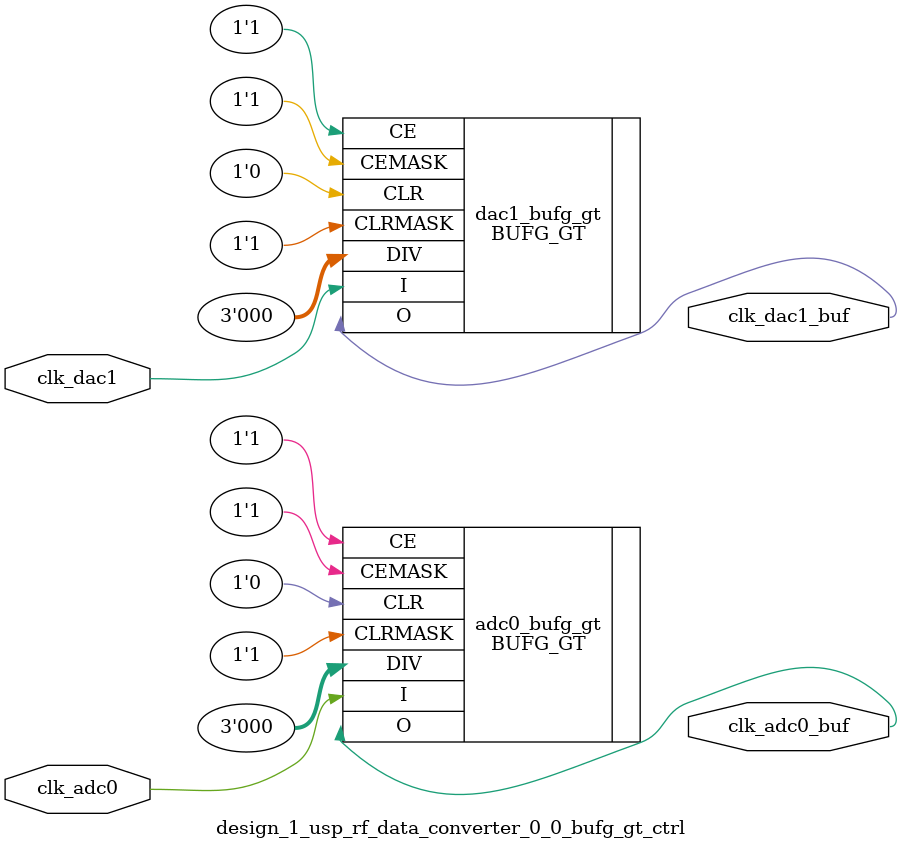
<source format=v>

`timescale 1ns / 1ps

(* DowngradeIPIdentifiedWarnings="yes" *)
module design_1_usp_rf_data_converter_0_0_bufg_gt_ctrl (
  // DAC Fabric Feedback Clock for Tile 1
  input    clk_dac1,
  output   clk_dac1_buf,
      
  // ADC Fabric Feedback Clock for Tile 0
  input    clk_adc0,
  
  output   clk_adc0_buf
    
);

  BUFG_GT dac1_bufg_gt
  (
    .I       (clk_dac1),
    .CE      (1'b1),
    .CEMASK  (1'b1),
    .CLR     (1'b0),
    .CLRMASK (1'b1),
    .DIV     (3'b000),
    .O       (clk_dac1_buf)
  );  

 
  BUFG_GT adc0_bufg_gt
  (
    .I       (clk_adc0),
    .CE      (1'b1),
    .CEMASK  (1'b1),
    .CLR     (1'b0),
    .CLRMASK (1'b1),
    .DIV     (3'b000),
    .O       (clk_adc0_buf)
  );  

endmodule

</source>
